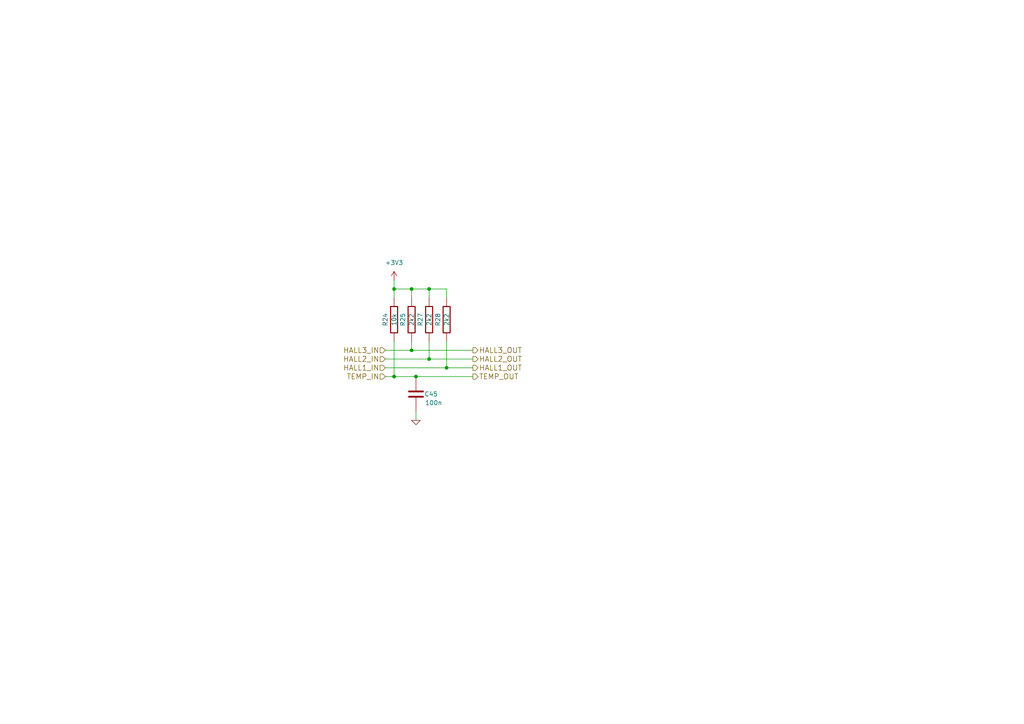
<source format=kicad_sch>
(kicad_sch (version 20211123) (generator eeschema)
  (paper "A4")
  (lib_symbols
    (symbol "BLDC_4-rescue:C-RESCUE-BLDC_4" (pin_numbers hide) (pin_names (offset 0.254))
      (property "Reference" "C" (at 0 2.54 0))
      (property "Value" "C-RESCUE-BLDC_4" (at 0.1524 -2.159 0))
      (symbol "C-RESCUE-BLDC_4_0_1"
        (polyline (pts (xy -2.032 -0.762) (xy 2.032 -0.762)) (stroke (width 0.508)))
        (polyline (pts (xy -2.032 0.762) (xy 2.032 0.762)) (stroke (width 0.508)))
      )
      (symbol "C-RESCUE-BLDC_4_1_1"
        (pin passive line (at 0 5.08 270) (length 4.318) (name "~") (number "1"))
        (pin passive line (at 0 -5.08 90) (length 4.318) (name "~") (number "2"))
      )
    )
    (symbol "BLDC_4-rescue:GND-RESCUE-BLDC_4" (power) (pin_names (offset 0))
      (symbol "GND-RESCUE-BLDC_4_0_1"
        (polyline (pts (xy -1.27 0) (xy 0 -1.27) (xy 1.27 0) (xy -1.27 0)))
      )
      (symbol "GND-RESCUE-BLDC_4_1_1"
        (pin power_in line (at 0 0 90) (length 0) hide (name "GND") (number "1"))
      )
    )
    (symbol "BLDC_4-rescue:R-RESCUE-BLDC_4" (pin_numbers hide) (pin_names (offset 0))
      (property "Reference" "R" (at 2.032 0 90))
      (property "Value" "R-RESCUE-BLDC_4" (at 0.1778 0.0254 90))
      (symbol "R-RESCUE-BLDC_4_0_1"
        (rectangle (start -1.016 3.81) (end 1.016 -3.81) (stroke (width 0.3048)))
      )
      (symbol "R-RESCUE-BLDC_4_1_1"
        (pin passive line (at 0 6.35 270) (length 2.54) (name "~") (number "1"))
        (pin passive line (at 0 -6.35 90) (length 2.54) (name "~") (number "2"))
      )
    )
    (symbol "power:+3V3" (power) (pin_names (offset 0))
      (property "Value" "+3V3" (at 0 3.556 0))
      (symbol "+3V3_0_1"
        (polyline (pts (xy -0.762 1.27) (xy 0 2.54)))
        (polyline (pts (xy 0 0) (xy 0 2.54)))
        (polyline (pts (xy 0 2.54) (xy 0.762 1.27)))
      )
      (symbol "+3V3_1_1"
        (pin power_in line (at 0 0 90) (length 0) hide (name "+3V3") (number "1"))
      )
    )
  )
  (junction (at 114.3 83.82))
  (junction (at 114.3 109.22))
  (junction (at 119.38 101.6))
  (junction (at 119.38 83.82))
  (junction (at 129.54 106.68))
  (junction (at 124.46 83.82))
  (junction (at 120.65 109.22))
  (junction (at 124.46 104.14))
  (wire (pts (xy 111.76 106.68) (xy 129.54 106.68)))
  (wire (pts (xy 114.3 109.22) (xy 120.65 109.22)))
  (wire (pts (xy 114.3 83.82) (xy 119.38 83.82)))
  (wire (pts (xy 119.38 83.82) (xy 124.46 83.82)))
  (wire (pts (xy 114.3 83.82) (xy 114.3 86.36)))
  (wire (pts (xy 111.76 109.22) (xy 114.3 109.22)))
  (wire (pts (xy 124.46 83.82) (xy 124.46 86.36)))
  (wire (pts (xy 120.65 109.22) (xy 137.16 109.22)))
  (wire (pts (xy 119.38 86.36) (xy 119.38 83.82)))
  (wire (pts (xy 111.76 101.6) (xy 119.38 101.6)))
  (wire (pts (xy 129.54 106.68) (xy 137.16 106.68)))
  (wire (pts (xy 129.54 99.06) (xy 129.54 106.68)))
  (wire (pts (xy 129.54 83.82) (xy 129.54 86.36)))
  (wire (pts (xy 124.46 83.82) (xy 129.54 83.82)))
  (wire (pts (xy 111.76 104.14) (xy 124.46 104.14)))
  (wire (pts (xy 114.3 81.28) (xy 114.3 83.82)))
  (wire (pts (xy 114.3 99.06) (xy 114.3 109.22)))
  (wire (pts (xy 124.46 104.14) (xy 137.16 104.14)))
  (wire (pts (xy 124.46 99.06) (xy 124.46 104.14)))
  (wire (pts (xy 120.65 119.38) (xy 120.65 121.92)))
  (wire (pts (xy 119.38 101.6) (xy 137.16 101.6)))
  (wire (pts (xy 119.38 99.06) (xy 119.38 101.6)))
  (hierarchical_label "HALL2_OUT" (shape output) (at 137.16 104.14 0) (effects (font (size 1.524 1.524))))
  (hierarchical_label "HALL2_IN" (shape input) (at 111.76 104.14 180) (effects (font (size 1.524 1.524))))
  (hierarchical_label "HALL1_IN" (shape input) (at 111.76 106.68 180) (effects (font (size 1.524 1.524))))
  (hierarchical_label "HALL1_OUT" (shape output) (at 137.16 106.68 0) (effects (font (size 1.524 1.524))))
  (hierarchical_label "TEMP_OUT" (shape output) (at 137.16 109.22 0) (effects (font (size 1.524 1.524))))
  (hierarchical_label "HALL3_OUT" (shape output) (at 137.16 101.6 0) (effects (font (size 1.524 1.524))))
  (hierarchical_label "HALL3_IN" (shape input) (at 111.76 101.6 180) (effects (font (size 1.524 1.524))))
  (hierarchical_label "TEMP_IN" (shape input) (at 111.76 109.22 180) (effects (font (size 1.524 1.524))))
  (symbol (lib_id "BLDC_4-rescue:R-RESCUE-BLDC_4") (at 119.38 92.71 180) (unit 1)
    (property "Reference" "R25" (at 116.84 92.71 90))
    (property "Value" "2k2" (at 119.38 92.71 90))
    (property "Footprint" "Resistor_SMD:R_0805_2012Metric" (effects hide))
    (property "LCSC" "C2907234" (effects hide))
  )
  (symbol (lib_id "BLDC_4-rescue:C-RESCUE-BLDC_4") (at 120.65 114.3 180) (unit 1)
    (property "Reference" "C45" (at 127 114.3 0) (effects (justify left)))
    (property "Value" "100n" (at 128.27 116.84 0) (effects (justify left)))
    (property "Footprint" "Capacitor_SMD:C_0805_2012Metric" (effects hide))
  )
  (symbol (lib_id "BLDC_4-rescue:GND-RESCUE-BLDC_4") (at 120.65 121.92 0) (unit 1)
    (property "Reference" "#PWR04" (effects hide))
    (property "Value" "GND" (effects hide))
  )
  (symbol (lib_id "BLDC_4-rescue:R-RESCUE-BLDC_4") (at 129.54 92.71 180) (unit 1)
    (property "Reference" "R28" (at 127 92.71 90))
    (property "Value" "2k2" (at 129.54 92.71 90))
    (property "Footprint" "Resistor_SMD:R_0805_2012Metric" (effects hide))
    (property "LCSC" "C2907234" (effects hide))
  )
  (symbol (lib_id "BLDC_4-rescue:R-RESCUE-BLDC_4") (at 114.3 92.71 180) (unit 1)
    (property "Reference" "R24" (at 111.76 92.71 90))
    (property "Value" "10k" (at 114.3 92.71 90))
    (property "Footprint" "Resistor_SMD:R_0805_2012Metric" (effects hide))
  )
  (symbol (lib_id "BLDC_4-rescue:R-RESCUE-BLDC_4") (at 124.46 92.71 180) (unit 1)
    (property "Reference" "R27" (at 121.92 92.71 90))
    (property "Value" "2k2" (at 124.46 92.71 90))
    (property "Footprint" "Resistor_SMD:R_0805_2012Metric" (effects hide))
    (property "LCSC" "C2907234" (effects hide))
  )
  (symbol (lib_id "power:+3V3") (at 114.3 81.28 0) (unit 1)
    (property "Reference" "#PWR03" (effects hide))
    (property "Value" "+3V3" (at 114.3 76.2 0))
  )
)
</source>
